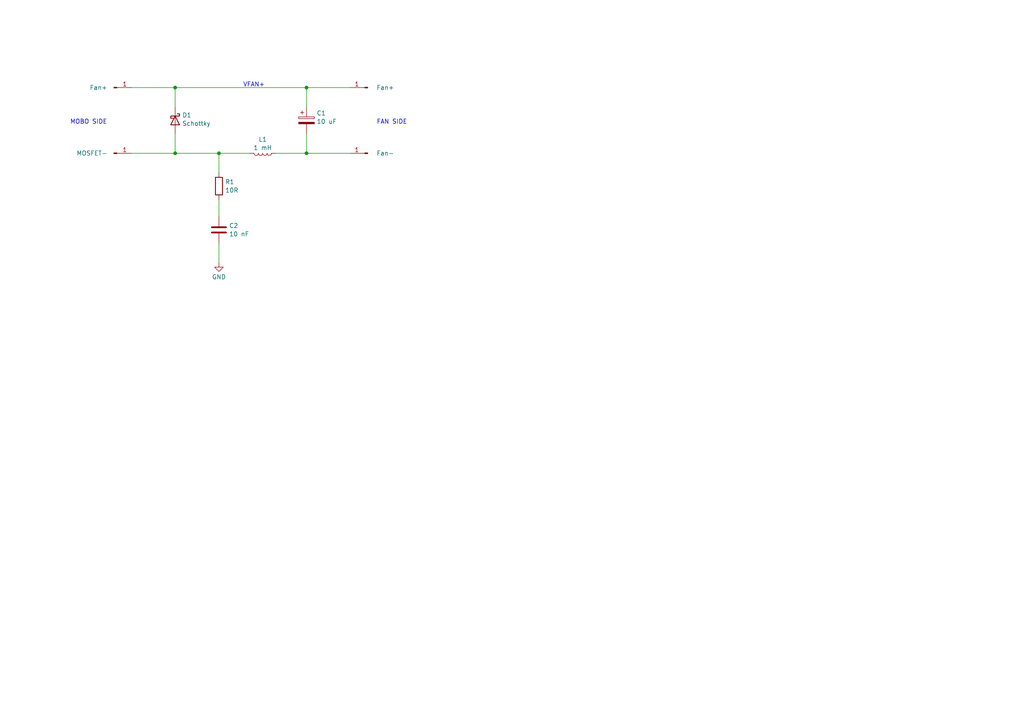
<source format=kicad_sch>
(kicad_sch (version 20230121) (generator eeschema)

  (uuid 4862d7d4-21f6-4bd8-87aa-e9c300a437e3)

  (paper "A4")

  (lib_symbols
    (symbol "Connector:Conn_01x01_Pin" (pin_names (offset 1.016) hide) (in_bom yes) (on_board yes)
      (property "Reference" "J" (at 0 2.54 0)
        (effects (font (size 1.27 1.27)))
      )
      (property "Value" "Conn_01x01_Pin" (at 0 -2.54 0)
        (effects (font (size 1.27 1.27)))
      )
      (property "Footprint" "" (at 0 0 0)
        (effects (font (size 1.27 1.27)) hide)
      )
      (property "Datasheet" "~" (at 0 0 0)
        (effects (font (size 1.27 1.27)) hide)
      )
      (property "ki_locked" "" (at 0 0 0)
        (effects (font (size 1.27 1.27)))
      )
      (property "ki_keywords" "connector" (at 0 0 0)
        (effects (font (size 1.27 1.27)) hide)
      )
      (property "ki_description" "Generic connector, single row, 01x01, script generated" (at 0 0 0)
        (effects (font (size 1.27 1.27)) hide)
      )
      (property "ki_fp_filters" "Connector*:*_1x??_*" (at 0 0 0)
        (effects (font (size 1.27 1.27)) hide)
      )
      (symbol "Conn_01x01_Pin_1_1"
        (polyline
          (pts
            (xy 1.27 0)
            (xy 0.8636 0)
          )
          (stroke (width 0.1524) (type default))
          (fill (type none))
        )
        (rectangle (start 0.8636 0.127) (end 0 -0.127)
          (stroke (width 0.1524) (type default))
          (fill (type outline))
        )
        (pin passive line (at 5.08 0 180) (length 3.81)
          (name "Pin_1" (effects (font (size 1.27 1.27))))
          (number "1" (effects (font (size 1.27 1.27))))
        )
      )
    )
    (symbol "Device:C" (pin_numbers hide) (pin_names (offset 0.254)) (in_bom yes) (on_board yes)
      (property "Reference" "C" (at 0.635 2.54 0)
        (effects (font (size 1.27 1.27)) (justify left))
      )
      (property "Value" "C" (at 0.635 -2.54 0)
        (effects (font (size 1.27 1.27)) (justify left))
      )
      (property "Footprint" "" (at 0.9652 -3.81 0)
        (effects (font (size 1.27 1.27)) hide)
      )
      (property "Datasheet" "~" (at 0 0 0)
        (effects (font (size 1.27 1.27)) hide)
      )
      (property "ki_keywords" "cap capacitor" (at 0 0 0)
        (effects (font (size 1.27 1.27)) hide)
      )
      (property "ki_description" "Unpolarized capacitor" (at 0 0 0)
        (effects (font (size 1.27 1.27)) hide)
      )
      (property "ki_fp_filters" "C_*" (at 0 0 0)
        (effects (font (size 1.27 1.27)) hide)
      )
      (symbol "C_0_1"
        (polyline
          (pts
            (xy -2.032 -0.762)
            (xy 2.032 -0.762)
          )
          (stroke (width 0.508) (type default))
          (fill (type none))
        )
        (polyline
          (pts
            (xy -2.032 0.762)
            (xy 2.032 0.762)
          )
          (stroke (width 0.508) (type default))
          (fill (type none))
        )
      )
      (symbol "C_1_1"
        (pin passive line (at 0 3.81 270) (length 2.794)
          (name "~" (effects (font (size 1.27 1.27))))
          (number "1" (effects (font (size 1.27 1.27))))
        )
        (pin passive line (at 0 -3.81 90) (length 2.794)
          (name "~" (effects (font (size 1.27 1.27))))
          (number "2" (effects (font (size 1.27 1.27))))
        )
      )
    )
    (symbol "Device:C_Polarized" (pin_numbers hide) (pin_names (offset 0.254)) (in_bom yes) (on_board yes)
      (property "Reference" "C" (at 0.635 2.54 0)
        (effects (font (size 1.27 1.27)) (justify left))
      )
      (property "Value" "C_Polarized" (at 0.635 -2.54 0)
        (effects (font (size 1.27 1.27)) (justify left))
      )
      (property "Footprint" "" (at 0.9652 -3.81 0)
        (effects (font (size 1.27 1.27)) hide)
      )
      (property "Datasheet" "~" (at 0 0 0)
        (effects (font (size 1.27 1.27)) hide)
      )
      (property "ki_keywords" "cap capacitor" (at 0 0 0)
        (effects (font (size 1.27 1.27)) hide)
      )
      (property "ki_description" "Polarized capacitor" (at 0 0 0)
        (effects (font (size 1.27 1.27)) hide)
      )
      (property "ki_fp_filters" "CP_*" (at 0 0 0)
        (effects (font (size 1.27 1.27)) hide)
      )
      (symbol "C_Polarized_0_1"
        (rectangle (start -2.286 0.508) (end 2.286 1.016)
          (stroke (width 0) (type default))
          (fill (type none))
        )
        (polyline
          (pts
            (xy -1.778 2.286)
            (xy -0.762 2.286)
          )
          (stroke (width 0) (type default))
          (fill (type none))
        )
        (polyline
          (pts
            (xy -1.27 2.794)
            (xy -1.27 1.778)
          )
          (stroke (width 0) (type default))
          (fill (type none))
        )
        (rectangle (start 2.286 -0.508) (end -2.286 -1.016)
          (stroke (width 0) (type default))
          (fill (type outline))
        )
      )
      (symbol "C_Polarized_1_1"
        (pin passive line (at 0 3.81 270) (length 2.794)
          (name "~" (effects (font (size 1.27 1.27))))
          (number "1" (effects (font (size 1.27 1.27))))
        )
        (pin passive line (at 0 -3.81 90) (length 2.794)
          (name "~" (effects (font (size 1.27 1.27))))
          (number "2" (effects (font (size 1.27 1.27))))
        )
      )
    )
    (symbol "Device:D_Schottky" (pin_numbers hide) (pin_names (offset 1.016) hide) (in_bom yes) (on_board yes)
      (property "Reference" "D" (at 0 2.54 0)
        (effects (font (size 1.27 1.27)))
      )
      (property "Value" "D_Schottky" (at 0 -2.54 0)
        (effects (font (size 1.27 1.27)))
      )
      (property "Footprint" "" (at 0 0 0)
        (effects (font (size 1.27 1.27)) hide)
      )
      (property "Datasheet" "~" (at 0 0 0)
        (effects (font (size 1.27 1.27)) hide)
      )
      (property "ki_keywords" "diode Schottky" (at 0 0 0)
        (effects (font (size 1.27 1.27)) hide)
      )
      (property "ki_description" "Schottky diode" (at 0 0 0)
        (effects (font (size 1.27 1.27)) hide)
      )
      (property "ki_fp_filters" "TO-???* *_Diode_* *SingleDiode* D_*" (at 0 0 0)
        (effects (font (size 1.27 1.27)) hide)
      )
      (symbol "D_Schottky_0_1"
        (polyline
          (pts
            (xy 1.27 0)
            (xy -1.27 0)
          )
          (stroke (width 0) (type default))
          (fill (type none))
        )
        (polyline
          (pts
            (xy 1.27 1.27)
            (xy 1.27 -1.27)
            (xy -1.27 0)
            (xy 1.27 1.27)
          )
          (stroke (width 0.254) (type default))
          (fill (type none))
        )
        (polyline
          (pts
            (xy -1.905 0.635)
            (xy -1.905 1.27)
            (xy -1.27 1.27)
            (xy -1.27 -1.27)
            (xy -0.635 -1.27)
            (xy -0.635 -0.635)
          )
          (stroke (width 0.254) (type default))
          (fill (type none))
        )
      )
      (symbol "D_Schottky_1_1"
        (pin passive line (at -3.81 0 0) (length 2.54)
          (name "K" (effects (font (size 1.27 1.27))))
          (number "1" (effects (font (size 1.27 1.27))))
        )
        (pin passive line (at 3.81 0 180) (length 2.54)
          (name "A" (effects (font (size 1.27 1.27))))
          (number "2" (effects (font (size 1.27 1.27))))
        )
      )
    )
    (symbol "Device:L" (pin_numbers hide) (pin_names (offset 1.016) hide) (in_bom yes) (on_board yes)
      (property "Reference" "L" (at -1.27 0 90)
        (effects (font (size 1.27 1.27)))
      )
      (property "Value" "L" (at 1.905 0 90)
        (effects (font (size 1.27 1.27)))
      )
      (property "Footprint" "" (at 0 0 0)
        (effects (font (size 1.27 1.27)) hide)
      )
      (property "Datasheet" "~" (at 0 0 0)
        (effects (font (size 1.27 1.27)) hide)
      )
      (property "ki_keywords" "inductor choke coil reactor magnetic" (at 0 0 0)
        (effects (font (size 1.27 1.27)) hide)
      )
      (property "ki_description" "Inductor" (at 0 0 0)
        (effects (font (size 1.27 1.27)) hide)
      )
      (property "ki_fp_filters" "Choke_* *Coil* Inductor_* L_*" (at 0 0 0)
        (effects (font (size 1.27 1.27)) hide)
      )
      (symbol "L_0_1"
        (arc (start 0 -2.54) (mid 0.6323 -1.905) (end 0 -1.27)
          (stroke (width 0) (type default))
          (fill (type none))
        )
        (arc (start 0 -1.27) (mid 0.6323 -0.635) (end 0 0)
          (stroke (width 0) (type default))
          (fill (type none))
        )
        (arc (start 0 0) (mid 0.6323 0.635) (end 0 1.27)
          (stroke (width 0) (type default))
          (fill (type none))
        )
        (arc (start 0 1.27) (mid 0.6323 1.905) (end 0 2.54)
          (stroke (width 0) (type default))
          (fill (type none))
        )
      )
      (symbol "L_1_1"
        (pin passive line (at 0 3.81 270) (length 1.27)
          (name "1" (effects (font (size 1.27 1.27))))
          (number "1" (effects (font (size 1.27 1.27))))
        )
        (pin passive line (at 0 -3.81 90) (length 1.27)
          (name "2" (effects (font (size 1.27 1.27))))
          (number "2" (effects (font (size 1.27 1.27))))
        )
      )
    )
    (symbol "Device:R" (pin_numbers hide) (pin_names (offset 0)) (in_bom yes) (on_board yes)
      (property "Reference" "R" (at 2.032 0 90)
        (effects (font (size 1.27 1.27)))
      )
      (property "Value" "R" (at 0 0 90)
        (effects (font (size 1.27 1.27)))
      )
      (property "Footprint" "" (at -1.778 0 90)
        (effects (font (size 1.27 1.27)) hide)
      )
      (property "Datasheet" "~" (at 0 0 0)
        (effects (font (size 1.27 1.27)) hide)
      )
      (property "ki_keywords" "R res resistor" (at 0 0 0)
        (effects (font (size 1.27 1.27)) hide)
      )
      (property "ki_description" "Resistor" (at 0 0 0)
        (effects (font (size 1.27 1.27)) hide)
      )
      (property "ki_fp_filters" "R_*" (at 0 0 0)
        (effects (font (size 1.27 1.27)) hide)
      )
      (symbol "R_0_1"
        (rectangle (start -1.016 -2.54) (end 1.016 2.54)
          (stroke (width 0.254) (type default))
          (fill (type none))
        )
      )
      (symbol "R_1_1"
        (pin passive line (at 0 3.81 270) (length 1.27)
          (name "~" (effects (font (size 1.27 1.27))))
          (number "1" (effects (font (size 1.27 1.27))))
        )
        (pin passive line (at 0 -3.81 90) (length 1.27)
          (name "~" (effects (font (size 1.27 1.27))))
          (number "2" (effects (font (size 1.27 1.27))))
        )
      )
    )
    (symbol "power:GND" (power) (pin_names (offset 0)) (in_bom yes) (on_board yes)
      (property "Reference" "#PWR" (at 0 -6.35 0)
        (effects (font (size 1.27 1.27)) hide)
      )
      (property "Value" "GND" (at 0 -3.81 0)
        (effects (font (size 1.27 1.27)))
      )
      (property "Footprint" "" (at 0 0 0)
        (effects (font (size 1.27 1.27)) hide)
      )
      (property "Datasheet" "" (at 0 0 0)
        (effects (font (size 1.27 1.27)) hide)
      )
      (property "ki_keywords" "global power" (at 0 0 0)
        (effects (font (size 1.27 1.27)) hide)
      )
      (property "ki_description" "Power symbol creates a global label with name \"GND\" , ground" (at 0 0 0)
        (effects (font (size 1.27 1.27)) hide)
      )
      (symbol "GND_0_1"
        (polyline
          (pts
            (xy 0 0)
            (xy 0 -1.27)
            (xy 1.27 -1.27)
            (xy 0 -2.54)
            (xy -1.27 -1.27)
            (xy 0 -1.27)
          )
          (stroke (width 0) (type default))
          (fill (type none))
        )
      )
      (symbol "GND_1_1"
        (pin power_in line (at 0 0 270) (length 0) hide
          (name "GND" (effects (font (size 1.27 1.27))))
          (number "1" (effects (font (size 1.27 1.27))))
        )
      )
    )
  )

  (junction (at 88.9 25.4) (diameter 0) (color 0 0 0 0)
    (uuid 01390898-0e4f-4d6d-bac5-4e7d838d99ba)
  )
  (junction (at 63.5 44.45) (diameter 0) (color 0 0 0 0)
    (uuid 648939a0-70d8-4e6c-abe6-ba36715dbf70)
  )
  (junction (at 50.8 44.45) (diameter 0) (color 0 0 0 0)
    (uuid 6bb0a9c3-a974-42f9-8142-04f4095df439)
  )
  (junction (at 50.8 25.4) (diameter 0) (color 0 0 0 0)
    (uuid bbd13af2-0d0d-4871-a35f-3671d43b1b3a)
  )
  (junction (at 88.9 44.45) (diameter 0) (color 0 0 0 0)
    (uuid fea21bf4-c689-457d-b97b-338995042ebc)
  )

  (wire (pts (xy 80.01 44.45) (xy 88.9 44.45))
    (stroke (width 0) (type default))
    (uuid 0a7b6614-3e58-4cfd-8648-e6fc164daf5c)
  )
  (wire (pts (xy 63.5 70.485) (xy 63.5 76.2))
    (stroke (width 0) (type default))
    (uuid 1e11ef47-9db5-41b0-8497-69bfb9b7a1d4)
  )
  (wire (pts (xy 63.5 44.45) (xy 63.5 50.165))
    (stroke (width 0) (type default))
    (uuid 28da8ec0-64de-48fa-8d8f-5779017705c7)
  )
  (wire (pts (xy 38.1 25.4) (xy 50.8 25.4))
    (stroke (width 0) (type default))
    (uuid 3f2c59a1-f069-411b-b621-ecce61c9edf8)
  )
  (wire (pts (xy 50.8 25.4) (xy 50.8 31.115))
    (stroke (width 0) (type default))
    (uuid 52c5859b-d036-4936-8b46-38eccda21c8a)
  )
  (wire (pts (xy 63.5 57.785) (xy 63.5 62.865))
    (stroke (width 0) (type default))
    (uuid 74058665-e049-4f0b-90a5-fd40f4d7b5f4)
  )
  (wire (pts (xy 88.9 25.4) (xy 88.9 31.115))
    (stroke (width 0) (type default))
    (uuid 80429782-8cdc-4a7c-bbc3-d3268c971019)
  )
  (wire (pts (xy 50.8 44.45) (xy 50.8 38.735))
    (stroke (width 0) (type default))
    (uuid 81d90a49-d2b1-4d2b-ae37-bf3832ef3ee9)
  )
  (wire (pts (xy 88.9 44.45) (xy 101.6 44.45))
    (stroke (width 0) (type default))
    (uuid 8f12bc08-8b43-4f78-bbd0-2ca823038972)
  )
  (wire (pts (xy 50.8 44.45) (xy 63.5 44.45))
    (stroke (width 0) (type default))
    (uuid afdaa91b-15cc-4b59-b889-fb98a92e9522)
  )
  (wire (pts (xy 63.5 44.45) (xy 72.39 44.45))
    (stroke (width 0) (type default))
    (uuid da7b9a67-b719-4685-ac2b-f49d93a4d7ab)
  )
  (wire (pts (xy 88.9 38.735) (xy 88.9 44.45))
    (stroke (width 0) (type default))
    (uuid e035343d-c044-4622-a487-164f74d3679d)
  )
  (wire (pts (xy 50.8 25.4) (xy 88.9 25.4))
    (stroke (width 0) (type default))
    (uuid ec5ab534-2f9c-4d35-9a4d-a3c56d8617cf)
  )
  (wire (pts (xy 38.1 44.45) (xy 50.8 44.45))
    (stroke (width 0) (type default))
    (uuid f07b198f-37e0-4bca-9f45-b62533636611)
  )
  (wire (pts (xy 88.9 25.4) (xy 101.6 25.4))
    (stroke (width 0) (type default))
    (uuid f570c973-8554-449e-bbdb-3c7464265123)
  )

  (text "VFAN+" (at 70.485 25.4 0)
    (effects (font (size 1.27 1.27)) (justify left bottom))
    (uuid 41804143-3131-4332-9ce5-2bd0013e7f91)
  )
  (text "FAN SIDE" (at 109.22 36.195 0)
    (effects (font (size 1.27 1.27)) (justify left bottom))
    (uuid ac99886b-3e5e-4248-bb4c-f867d81cbd23)
  )
  (text "MOBO SIDE" (at 20.32 36.195 0)
    (effects (font (size 1.27 1.27)) (justify left bottom))
    (uuid ce93f336-54bd-480b-80f7-1a44fb48995a)
  )

  (symbol (lib_id "power:GND") (at 63.5 76.2 0) (unit 1)
    (in_bom yes) (on_board yes) (dnp no) (fields_autoplaced)
    (uuid 0adb40f6-f329-42b5-98a6-ab010d4b291e)
    (property "Reference" "#PWR01" (at 63.5 82.55 0)
      (effects (font (size 1.27 1.27)) hide)
    )
    (property "Value" "GND" (at 63.5 80.3331 0)
      (effects (font (size 1.27 1.27)))
    )
    (property "Footprint" "" (at 63.5 76.2 0)
      (effects (font (size 1.27 1.27)) hide)
    )
    (property "Datasheet" "" (at 63.5 76.2 0)
      (effects (font (size 1.27 1.27)) hide)
    )
    (pin "1" (uuid 5eae4927-c9f4-43cb-b8ba-dd6b8e618809))
    (instances
      (project "WhisperDrive"
        (path "/4862d7d4-21f6-4bd8-87aa-e9c300a437e3"
          (reference "#PWR01") (unit 1)
        )
      )
    )
  )

  (symbol (lib_id "Connector:Conn_01x01_Pin") (at 33.02 25.4 0) (unit 1)
    (in_bom yes) (on_board yes) (dnp no)
    (uuid 0d757af7-d08f-4e01-81b2-e821e2fab234)
    (property "Reference" "J1" (at 28.575 23.0845 0)
      (effects (font (size 1.27 1.27)) hide)
    )
    (property "Value" "Fan+" (at 28.575 25.4 0)
      (effects (font (size 1.27 1.27)))
    )
    (property "Footprint" "" (at 33.02 25.4 0)
      (effects (font (size 1.27 1.27)) hide)
    )
    (property "Datasheet" "~" (at 33.02 25.4 0)
      (effects (font (size 1.27 1.27)) hide)
    )
    (pin "1" (uuid f29502ba-fb5d-4897-90da-2ebcca77b222))
    (instances
      (project "WhisperDrive"
        (path "/4862d7d4-21f6-4bd8-87aa-e9c300a437e3"
          (reference "J1") (unit 1)
        )
      )
    )
  )

  (symbol (lib_id "Device:D_Schottky") (at 50.8 34.925 270) (unit 1)
    (in_bom yes) (on_board yes) (dnp no) (fields_autoplaced)
    (uuid 5c4f51c8-46a6-4e16-bbb8-8d12f0d6c518)
    (property "Reference" "D1" (at 52.832 33.3954 90)
      (effects (font (size 1.27 1.27)) (justify left))
    )
    (property "Value" "Schottky" (at 52.832 35.8196 90)
      (effects (font (size 1.27 1.27)) (justify left))
    )
    (property "Footprint" "" (at 50.8 34.925 0)
      (effects (font (size 1.27 1.27)) hide)
    )
    (property "Datasheet" "~" (at 50.8 34.925 0)
      (effects (font (size 1.27 1.27)) hide)
    )
    (pin "1" (uuid f8a5c23c-333e-41fd-8b03-1f90a3dcba44))
    (pin "2" (uuid eaa22455-5048-4dc9-9cda-67cda6c93770))
    (instances
      (project "WhisperDrive"
        (path "/4862d7d4-21f6-4bd8-87aa-e9c300a437e3"
          (reference "D1") (unit 1)
        )
      )
    )
  )

  (symbol (lib_id "Device:C_Polarized") (at 88.9 34.925 0) (unit 1)
    (in_bom yes) (on_board yes) (dnp no) (fields_autoplaced)
    (uuid 733fb257-90bf-42b8-8971-c0c2870adc62)
    (property "Reference" "C1" (at 91.821 32.8239 0)
      (effects (font (size 1.27 1.27)) (justify left))
    )
    (property "Value" "10 uF" (at 91.821 35.2481 0)
      (effects (font (size 1.27 1.27)) (justify left))
    )
    (property "Footprint" "" (at 89.8652 38.735 0)
      (effects (font (size 1.27 1.27)) hide)
    )
    (property "Datasheet" "~" (at 88.9 34.925 0)
      (effects (font (size 1.27 1.27)) hide)
    )
    (pin "1" (uuid b809911f-318c-44b3-ad0a-d040f98f8ea5))
    (pin "2" (uuid 077e7162-f0ef-4085-b523-a24fe3909c2e))
    (instances
      (project "WhisperDrive"
        (path "/4862d7d4-21f6-4bd8-87aa-e9c300a437e3"
          (reference "C1") (unit 1)
        )
      )
    )
  )

  (symbol (lib_id "Connector:Conn_01x01_Pin") (at 33.02 44.45 0) (unit 1)
    (in_bom yes) (on_board yes) (dnp no)
    (uuid 8c0ba082-8270-4ff7-9ef0-c79e03fbbe38)
    (property "Reference" "J3" (at 26.67 42.1345 0)
      (effects (font (size 1.27 1.27)) hide)
    )
    (property "Value" "MOSFET-" (at 26.67 44.45 0)
      (effects (font (size 1.27 1.27)))
    )
    (property "Footprint" "" (at 33.02 44.45 0)
      (effects (font (size 1.27 1.27)) hide)
    )
    (property "Datasheet" "~" (at 33.02 44.45 0)
      (effects (font (size 1.27 1.27)) hide)
    )
    (pin "1" (uuid fc22c582-cc5f-4ec7-9c7d-98e45047fdbd))
    (instances
      (project "WhisperDrive"
        (path "/4862d7d4-21f6-4bd8-87aa-e9c300a437e3"
          (reference "J3") (unit 1)
        )
      )
    )
  )

  (symbol (lib_id "Connector:Conn_01x01_Pin") (at 106.68 44.45 180) (unit 1)
    (in_bom yes) (on_board yes) (dnp no)
    (uuid 8cc2c073-6265-4fc1-b084-cdc5cadcb90f)
    (property "Reference" "J4" (at 111.76 42.1345 0)
      (effects (font (size 1.27 1.27)) hide)
    )
    (property "Value" "Fan-" (at 111.76 44.45 0)
      (effects (font (size 1.27 1.27)))
    )
    (property "Footprint" "" (at 106.68 44.45 0)
      (effects (font (size 1.27 1.27)) hide)
    )
    (property "Datasheet" "~" (at 106.68 44.45 0)
      (effects (font (size 1.27 1.27)) hide)
    )
    (pin "1" (uuid 64d5e3c7-fdd6-4761-a2de-b6ea347902b5))
    (instances
      (project "WhisperDrive"
        (path "/4862d7d4-21f6-4bd8-87aa-e9c300a437e3"
          (reference "J4") (unit 1)
        )
      )
    )
  )

  (symbol (lib_id "Device:L") (at 76.2 44.45 270) (unit 1)
    (in_bom yes) (on_board yes) (dnp no) (fields_autoplaced)
    (uuid a575f039-33f8-487e-b2c0-2afec27fd521)
    (property "Reference" "L1" (at 76.2 40.4327 90)
      (effects (font (size 1.27 1.27)))
    )
    (property "Value" "1 mH" (at 76.2 42.8569 90)
      (effects (font (size 1.27 1.27)))
    )
    (property "Footprint" "" (at 76.2 44.45 0)
      (effects (font (size 1.27 1.27)) hide)
    )
    (property "Datasheet" "~" (at 76.2 44.45 0)
      (effects (font (size 1.27 1.27)) hide)
    )
    (pin "1" (uuid 6f5c9dac-8d1c-4e04-b753-bd424938512c))
    (pin "2" (uuid aaa48548-b8a0-43a6-a7cd-deb52d0443cf))
    (instances
      (project "WhisperDrive"
        (path "/4862d7d4-21f6-4bd8-87aa-e9c300a437e3"
          (reference "L1") (unit 1)
        )
      )
    )
  )

  (symbol (lib_id "Device:R") (at 63.5 53.975 0) (unit 1)
    (in_bom yes) (on_board yes) (dnp no) (fields_autoplaced)
    (uuid b62f8570-3592-4470-a6c8-9e5d73e1278a)
    (property "Reference" "R1" (at 65.278 52.7629 0)
      (effects (font (size 1.27 1.27)) (justify left))
    )
    (property "Value" "10R" (at 65.278 55.1871 0)
      (effects (font (size 1.27 1.27)) (justify left))
    )
    (property "Footprint" "" (at 61.722 53.975 90)
      (effects (font (size 1.27 1.27)) hide)
    )
    (property "Datasheet" "~" (at 63.5 53.975 0)
      (effects (font (size 1.27 1.27)) hide)
    )
    (pin "1" (uuid 9c4d4b0a-3cbe-4fb7-92bb-619855316076))
    (pin "2" (uuid 4467fe26-61b5-49be-8498-8eca808936b3))
    (instances
      (project "WhisperDrive"
        (path "/4862d7d4-21f6-4bd8-87aa-e9c300a437e3"
          (reference "R1") (unit 1)
        )
      )
    )
  )

  (symbol (lib_id "Device:C") (at 63.5 66.675 0) (unit 1)
    (in_bom yes) (on_board yes) (dnp no) (fields_autoplaced)
    (uuid e787d0fb-08ea-4411-af1a-73474fabe556)
    (property "Reference" "C2" (at 66.421 65.4629 0)
      (effects (font (size 1.27 1.27)) (justify left))
    )
    (property "Value" "10 nF" (at 66.421 67.8871 0)
      (effects (font (size 1.27 1.27)) (justify left))
    )
    (property "Footprint" "" (at 64.4652 70.485 0)
      (effects (font (size 1.27 1.27)) hide)
    )
    (property "Datasheet" "~" (at 63.5 66.675 0)
      (effects (font (size 1.27 1.27)) hide)
    )
    (pin "1" (uuid 286d80ae-7cf6-4c81-8e1e-a971ebe2c9bc))
    (pin "2" (uuid d262c750-1872-4c4f-a470-b2bc9ac64233))
    (instances
      (project "WhisperDrive"
        (path "/4862d7d4-21f6-4bd8-87aa-e9c300a437e3"
          (reference "C2") (unit 1)
        )
      )
    )
  )

  (symbol (lib_id "Connector:Conn_01x01_Pin") (at 106.68 25.4 180) (unit 1)
    (in_bom yes) (on_board yes) (dnp no)
    (uuid efb7238f-4470-4032-ad16-222d3ef0dd1c)
    (property "Reference" "J2" (at 111.76 23.0845 0)
      (effects (font (size 1.27 1.27)) hide)
    )
    (property "Value" "Fan+" (at 111.76 25.4 0)
      (effects (font (size 1.27 1.27)))
    )
    (property "Footprint" "" (at 106.68 25.4 0)
      (effects (font (size 1.27 1.27)) hide)
    )
    (property "Datasheet" "~" (at 106.68 25.4 0)
      (effects (font (size 1.27 1.27)) hide)
    )
    (pin "1" (uuid 1074cdec-e5b3-4259-accf-cf20bfa1bb7f))
    (instances
      (project "WhisperDrive"
        (path "/4862d7d4-21f6-4bd8-87aa-e9c300a437e3"
          (reference "J2") (unit 1)
        )
      )
    )
  )

  (sheet_instances
    (path "/" (page "1"))
  )
)

</source>
